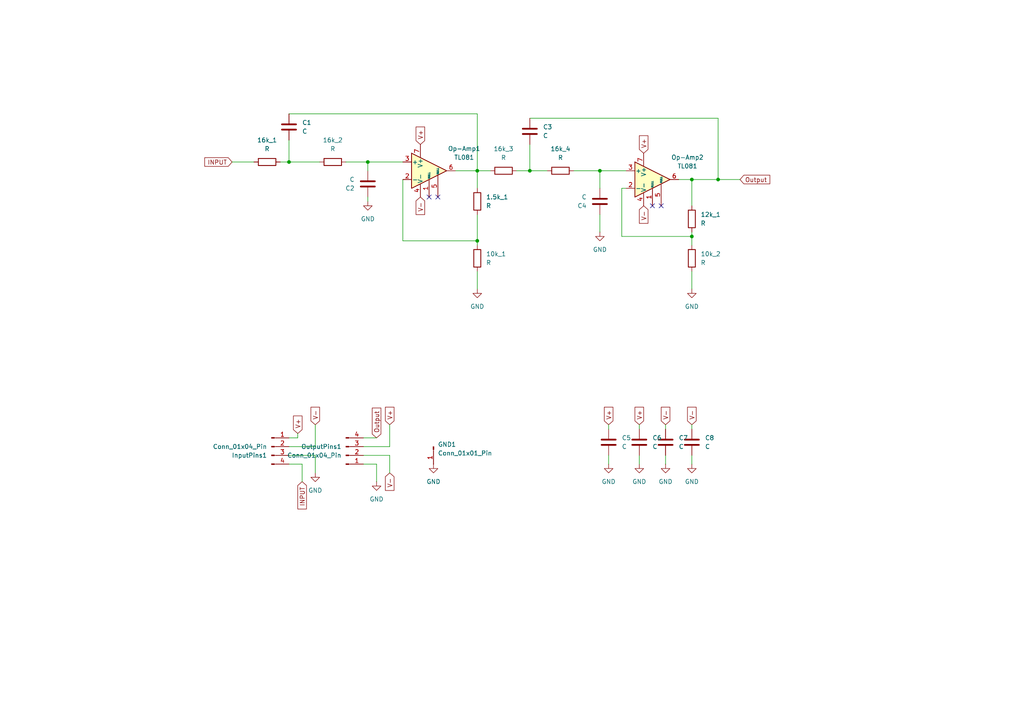
<source format=kicad_sch>
(kicad_sch (version 20250114) (generator "eeschema") (generator_version "9.0")
  (paper "A4")
  (lib_symbols
    (symbol "Amplifier_Operational:TL081" (pin_names (offset 0.127))
      (property "Reference" "U" (at 0 6.35 0))
      (property "Value" "TL081" (at 0 3.81 0))
      (symbol "TL081_0_1"
        (polyline (pts (xy -5.08 5.08) (xy 5.08 0) (xy -5.08 -5.08) (xy -5.08 5.08)) (stroke (width 0.254)) (fill (type background)))
      )
      (symbol "TL081_1_1"
        (pin input line (at -7.62 2.54 0) (length 2.54) (name "+") (number "3"))
        (pin input line (at -7.62 -2.54 0) (length 2.54) (name "-") (number "2"))
        (pin power_in line (at -2.54 7.62 270) (length 3.81) (name "V+") (number "7"))
        (pin power_in line (at -2.54 -7.62 90) (length 3.81) (name "V-") (number "4"))
        (pin no_connect line (at 0 2.54 270) (length 2.54) (hide yes) (name "NC") (number "8"))
        (pin input line (at 0 -7.62 90) (length 5.08) (name "NULL") (number "1"))
        (pin input line (at 2.54 -7.62 90) (length 6.35) (name "NULL") (number "5"))
        (pin output line (at 7.62 0 180) (length 2.54) (name "~") (number "6"))
      )
    )
    (symbol "Connector:Conn_01x01_Pin" (pin_names (offset 1.016) (hide yes))
      (property "Reference" "J" (at 0 2.54 0))
      (property "Value" "Conn_01x01_Pin" (at 0 -2.54 0))
      (symbol "Conn_01x01_Pin_1_1"
        (rectangle (start 0.8636 0.127) (end 0 -0.127) (stroke (width 0.1524)) (fill (type outline)))
        (polyline (pts (xy 1.27 0) (xy 0.8636 0)) (stroke (width 0.1524)))
        (pin passive line (at 5.08 0 180) (length 3.81) (name "Pin_1") (number "1"))
      )
    )
    (symbol "Connector:Conn_01x04_Pin" (pin_names (offset 1.016) (hide yes))
      (property "Reference" "J" (at 0 5.08 0))
      (property "Value" "Conn_01x04_Pin" (at 0 -7.62 0))
      (symbol "Conn_01x04_Pin_1_1"
        (rectangle (start 0.8636 2.667) (end 0 2.413) (stroke (width 0.1524)) (fill (type outline)))
        (rectangle (start 0.8636 0.127) (end 0 -0.127) (stroke (width 0.1524)) (fill (type outline)))
        (rectangle (start 0.8636 -2.413) (end 0 -2.667) (stroke (width 0.1524)) (fill (type outline)))
        (rectangle (start 0.8636 -4.953) (end 0 -5.207) (stroke (width 0.1524)) (fill (type outline)))
        (polyline (pts (xy 1.27 2.54) (xy 0.8636 2.54)) (stroke (width 0.1524)))
        (polyline (pts (xy 1.27 0) (xy 0.8636 0)) (stroke (width 0.1524)))
        (polyline (pts (xy 1.27 -2.54) (xy 0.8636 -2.54)) (stroke (width 0.1524)))
        (polyline (pts (xy 1.27 -5.08) (xy 0.8636 -5.08)) (stroke (width 0.1524)))
        (pin passive line (at 5.08 2.54 180) (length 3.81) (name "Pin_1") (number "1"))
        (pin passive line (at 5.08 0 180) (length 3.81) (name "Pin_2") (number "2"))
        (pin passive line (at 5.08 -2.54 180) (length 3.81) (name "Pin_3") (number "3"))
        (pin passive line (at 5.08 -5.08 180) (length 3.81) (name "Pin_4") (number "4"))
      )
    )
    (symbol "Device:C" (pin_numbers (hide yes)) (pin_names (offset 0.254))
      (property "Reference" "C" (at 0.635 2.54 0))
      (property "Value" "C" (at 0.635 -2.54 0))
      (symbol "C_0_1"
        (polyline (pts (xy -2.032 0.762) (xy 2.032 0.762)) (stroke (width 0.508)))
        (polyline (pts (xy -2.032 -0.762) (xy 2.032 -0.762)) (stroke (width 0.508)))
      )
      (symbol "C_1_1"
        (pin passive line (at 0 3.81 270) (length 2.794) (name "~") (number "1"))
        (pin passive line (at 0 -3.81 90) (length 2.794) (name "~") (number "2"))
      )
    )
    (symbol "Device:R" (pin_numbers (hide yes)) (pin_names (offset 0))
      (property "Reference" "R" (at 2.032 0 90))
      (property "Value" "R" (at 0 0 90))
      (symbol "R_0_1"
        (rectangle (start -1.016 -2.54) (end 1.016 2.54) (stroke (width 0.254)))
      )
      (symbol "R_1_1"
        (pin passive line (at 0 3.81 270) (length 1.27) (name "~") (number "1"))
        (pin passive line (at 0 -3.81 90) (length 1.27) (name "~") (number "2"))
      )
    )
    (symbol "power:GND" (power) (pin_numbers (hide yes)) (pin_names (offset 0) (hide yes))
      (property "Value" "GND" (at 0 -3.81 0))
      (symbol "GND_0_1"
        (polyline (pts (xy 0 0) (xy 0 -1.27) (xy 1.27 -1.27) (xy 0 -2.54) (xy -1.27 -1.27) (xy 0 -1.27)))
      )
      (symbol "GND_1_1"
        (pin power_in line (at 0 0 270) (length 0) (name "~") (number "1"))
      )
    )
  )
  (junction (at 106.68 46.99))
  (junction (at 83.82 46.99))
  (junction (at 138.43 49.53))
  (junction (at 173.99 49.53))
  (junction (at 208.28 52.07))
  (junction (at 200.66 68.58))
  (junction (at 138.43 69.85))
  (junction (at 153.67 49.53))
  (junction (at 200.66 52.07))
  (no_connect (at 127 57.15))
  (no_connect (at 191.77 59.69))
  (no_connect (at 189.23 59.69))
  (no_connect (at 124.46 57.15))
  (wire (pts (xy 176.53 132.08) (xy 176.53 134.62)))
  (wire (pts (xy 200.66 123.19) (xy 200.66 124.46)))
  (wire (pts (xy 83.82 33.02) (xy 138.43 33.02)))
  (wire (pts (xy 180.34 54.61) (xy 180.34 68.58)))
  (wire (pts (xy 138.43 49.53) (xy 142.24 49.53)))
  (wire (pts (xy 91.44 129.54) (xy 83.82 129.54)))
  (wire (pts (xy 91.44 137.16) (xy 91.44 132.08)))
  (wire (pts (xy 176.53 123.19) (xy 176.53 124.46)))
  (wire (pts (xy 193.04 123.19) (xy 193.04 124.46)))
  (wire (pts (xy 214.63 52.07) (xy 208.28 52.07)))
  (wire (pts (xy 106.68 49.53) (xy 106.68 46.99)))
  (wire (pts (xy 200.66 68.58) (xy 200.66 71.12)))
  (wire (pts (xy 200.66 67.31) (xy 200.66 68.58)))
  (wire (pts (xy 173.99 49.53) (xy 181.61 49.53)))
  (wire (pts (xy 100.33 46.99) (xy 106.68 46.99)))
  (wire (pts (xy 109.22 134.62) (xy 109.22 139.7)))
  (wire (pts (xy 86.36 127) (xy 83.82 127)))
  (wire (pts (xy 153.67 41.91) (xy 153.67 49.53)))
  (wire (pts (xy 83.82 40.64) (xy 83.82 46.99)))
  (wire (pts (xy 185.42 123.19) (xy 185.42 124.46)))
  (wire (pts (xy 132.08 49.53) (xy 138.43 49.53)))
  (wire (pts (xy 113.03 137.16) (xy 113.03 132.08)))
  (wire (pts (xy 106.68 58.42) (xy 106.68 57.15)))
  (wire (pts (xy 83.82 46.99) (xy 92.71 46.99)))
  (wire (pts (xy 193.04 134.62) (xy 193.04 132.08)))
  (wire (pts (xy 87.63 134.62) (xy 87.63 139.7)))
  (wire (pts (xy 180.34 68.58) (xy 200.66 68.58)))
  (wire (pts (xy 109.22 134.62) (xy 105.41 134.62)))
  (wire (pts (xy 153.67 49.53) (xy 158.75 49.53)))
  (wire (pts (xy 116.84 69.85) (xy 138.43 69.85)))
  (wire (pts (xy 200.66 134.62) (xy 200.66 132.08)))
  (wire (pts (xy 81.28 46.99) (xy 83.82 46.99)))
  (wire (pts (xy 113.03 129.54) (xy 105.41 129.54)))
  (wire (pts (xy 109.22 127) (xy 105.41 127)))
  (wire (pts (xy 173.99 67.31) (xy 173.99 62.23)))
  (wire (pts (xy 185.42 132.08) (xy 185.42 134.62)))
  (wire (pts (xy 116.84 52.07) (xy 116.84 69.85)))
  (wire (pts (xy 208.28 34.29) (xy 208.28 52.07)))
  (wire (pts (xy 113.03 132.08) (xy 105.41 132.08)))
  (wire (pts (xy 73.66 46.99) (xy 67.31 46.99)))
  (wire (pts (xy 91.44 123.19) (xy 91.44 129.54)))
  (wire (pts (xy 200.66 52.07) (xy 200.66 59.69)))
  (wire (pts (xy 138.43 62.23) (xy 138.43 69.85)))
  (wire (pts (xy 149.86 49.53) (xy 153.67 49.53)))
  (wire (pts (xy 138.43 33.02) (xy 138.43 49.53)))
  (wire (pts (xy 166.37 49.53) (xy 173.99 49.53)))
  (wire (pts (xy 173.99 54.61) (xy 173.99 49.53)))
  (wire (pts (xy 180.34 54.61) (xy 181.61 54.61)))
  (wire (pts (xy 106.68 46.99) (xy 116.84 46.99)))
  (wire (pts (xy 113.03 123.19) (xy 113.03 129.54)))
  (wire (pts (xy 200.66 78.74) (xy 200.66 83.82)))
  (wire (pts (xy 138.43 49.53) (xy 138.43 54.61)))
  (wire (pts (xy 138.43 69.85) (xy 138.43 71.12)))
  (wire (pts (xy 153.67 34.29) (xy 208.28 34.29)))
  (wire (pts (xy 138.43 78.74) (xy 138.43 83.82)))
  (wire (pts (xy 91.44 132.08) (xy 83.82 132.08)))
  (wire (pts (xy 208.28 52.07) (xy 200.66 52.07)))
  (wire (pts (xy 200.66 52.07) (xy 196.85 52.07)))
  (wire (pts (xy 87.63 134.62) (xy 83.82 134.62)))
  (wire (pts (xy 86.36 125.73) (xy 86.36 127)))
  (global_label "V-" (shape input) (at 113.03 137.16 270) (property "Intersheetrefs" "${INTERSHEET_REFS}" (effects (hide yes))))
  (global_label "V+" (shape input) (at 121.92 41.91 90) (property "Intersheetrefs" "${INTERSHEET_REFS}" (effects (hide yes))))
  (global_label "V-" (shape input) (at 186.69 59.69 270) (property "Intersheetrefs" "${INTERSHEET_REFS}" (effects (hide yes))))
  (global_label "V-" (shape input) (at 121.92 57.15 270) (property "Intersheetrefs" "${INTERSHEET_REFS}" (effects (hide yes))))
  (global_label "Output" (shape input) (at 109.22 127 90) (property "Intersheetrefs" "${INTERSHEET_REFS}" (effects (hide yes))))
  (global_label "V+" (shape input) (at 86.36 125.73 90) (property "Intersheetrefs" "${INTERSHEET_REFS}" (effects (hide yes))))
  (global_label "V+" (shape input) (at 185.42 123.19 90) (property "Intersheetrefs" "${INTERSHEET_REFS}" (effects (hide yes))))
  (global_label "INPUT" (shape input) (at 87.63 139.7 270) (property "Intersheetrefs" "${INTERSHEET_REFS}" (effects (hide yes))))
  (global_label "V-" (shape input) (at 193.04 123.19 90) (property "Intersheetrefs" "${INTERSHEET_REFS}" (effects (hide yes))))
  (global_label "INPUT" (shape input) (at 67.31 46.99 180) (property "Intersheetrefs" "${INTERSHEET_REFS}" (effects (hide yes))))
  (global_label "V-" (shape input) (at 200.66 123.19 90) (property "Intersheetrefs" "${INTERSHEET_REFS}" (effects (hide yes))))
  (global_label "V+" (shape input) (at 186.69 44.45 90) (property "Intersheetrefs" "${INTERSHEET_REFS}" (effects (hide yes))))
  (global_label "V+" (shape input) (at 113.03 123.19 90) (property "Intersheetrefs" "${INTERSHEET_REFS}" (effects (hide yes))))
  (global_label "V+" (shape input) (at 176.53 123.19 90) (property "Intersheetrefs" "${INTERSHEET_REFS}" (effects (hide yes))))
  (global_label "V-" (shape input) (at 91.44 123.19 90) (property "Intersheetrefs" "${INTERSHEET_REFS}" (effects (hide yes))))
  (global_label "Output" (shape input) (at 214.63 52.07 0) (property "Intersheetrefs" "${INTERSHEET_REFS}" (effects (hide yes))))
  (symbol (lib_id "Device:C") (at 176.53 128.27 0) (unit 1)
    (property "Reference" "C5" (at 180.34 126.9999 0) (effects (justify left)))
    (property "Value" "C" (at 180.34 129.5399 0) (effects (justify left)))
    (property "Footprint" "Capacitor_THT:C_Rect_L18.0mm_W6.0mm_P15.00mm_FKS3_FKP3" (effects (hide yes)))
    (property "Description" "Unpolarized capacitor" (effects (hide yes)))
  )
  (symbol (lib_id "Device:C") (at 185.42 128.27 0) (unit 1)
    (property "Reference" "C6" (at 189.23 126.9999 0) (effects (justify left)))
    (property "Value" "C" (at 189.23 129.5399 0) (effects (justify left)))
    (property "Footprint" "Capacitor_THT:C_Rect_L18.0mm_W6.0mm_P15.00mm_FKS3_FKP3" (effects (hide yes)))
    (property "Description" "Unpolarized capacitor" (effects (hide yes)))
  )
  (symbol (lib_id "Amplifier_Operational:TL081") (at 124.46 49.53 0) (unit 1)
    (property "Reference" "Op-Amp1" (at 134.62 43.1098 0))
    (property "Value" "TL081" (at 134.62 45.6498 0))
    (property "Footprint" "Package_DIP:DIP-8_W7.62mm_Socket" (effects (hide yes)))
    (property "Datasheet" "http://www.ti.com/lit/ds/symlink/tl081.pdf" (effects (hide yes)))
    (property "Description" "Single JFET-Input Operational Amplifiers, DIP-8/SOIC-8" (effects (hide yes)))
  )
  (symbol (lib_id "Device:R") (at 138.43 58.42 0) (unit 1)
    (property "Reference" "1.5k_1" (at 140.97 57.1499 0) (effects (justify left)))
    (property "Value" "R" (at 140.97 59.6899 0) (effects (justify left)))
    (property "Footprint" "Resistor_THT:R_Axial_DIN0207_L6.3mm_D2.5mm_P7.62mm_Horizontal" (effects (hide yes)))
    (property "Description" "Resistor" (effects (hide yes)))
  )
  (symbol (lib_id "Connector:Conn_01x01_Pin") (at 125.73 129.54 270) (unit 1)
    (property "Reference" "GND1" (at 127 128.9049 90) (effects (justify left)))
    (property "Value" "Conn_01x01_Pin" (at 127 131.4449 90) (effects (justify left)))
    (property "Footprint" "Connector_PinHeader_2.54mm:PinHeader_1x01_P2.54mm_Vertical" (effects (hide yes)))
    (property "Description" "Generic connector, single row, 01x01, script generated" (effects (hide yes)))
  )
  (symbol (lib_id "Connector:Conn_01x04_Pin") (at 100.33 132.08 0) (mirror x) (unit 1)
    (property "Reference" "OutputPins1" (at 99.06 129.5399 0) (effects (justify right)))
    (property "Value" "Conn_01x04_Pin" (at 99.06 132.0799 0) (effects (justify right)))
    (property "Footprint" "Connector_PinHeader_2.54mm:PinHeader_1x04_P2.54mm_Vertical" (effects (hide yes)))
    (property "Description" "Generic connector, single row, 01x04, script generated" (effects (hide yes)))
  )
  (symbol (lib_id "Amplifier_Operational:TL081") (at 189.23 52.07 0) (unit 1)
    (property "Reference" "Op-Amp2" (at 199.39 45.6498 0))
    (property "Value" "TL081" (at 199.39 48.1898 0))
    (property "Footprint" "Package_DIP:DIP-8_W7.62mm_Socket" (effects (hide yes)))
    (property "Datasheet" "http://www.ti.com/lit/ds/symlink/tl081.pdf" (effects (hide yes)))
    (property "Description" "Single JFET-Input Operational Amplifiers, DIP-8/SOIC-8" (effects (hide yes)))
  )
  (symbol (lib_id "power:GND") (at 185.42 134.62 0) (unit 1)
    (property "Reference" "#PWR08" (effects (hide yes)))
    (property "Value" "GND" (at 185.42 139.7 0))
    (property "Description" "Power symbol creates a global label with name \"GND\" , ground" (effects (hide yes)))
  )
  (symbol (lib_id "power:GND") (at 173.99 67.31 0) (unit 1)
    (property "Reference" "#PWR06" (effects (hide yes)))
    (property "Value" "GND" (at 173.99 72.39 0))
    (property "Description" "Power symbol creates a global label with name \"GND\" , ground" (effects (hide yes)))
  )
  (symbol (lib_id "Device:R") (at 77.47 46.99 90) (unit 1)
    (property "Reference" "16k_1" (at 77.47 40.64 90))
    (property "Value" "R" (at 77.47 43.18 90))
    (property "Footprint" "Resistor_THT:R_Axial_DIN0207_L6.3mm_D2.5mm_P7.62mm_Horizontal" (effects (hide yes)))
    (property "Description" "Resistor" (effects (hide yes)))
  )
  (symbol (lib_id "Device:C") (at 200.66 128.27 0) (unit 1)
    (property "Reference" "C8" (at 204.47 126.9999 0) (effects (justify left)))
    (property "Value" "C" (at 204.47 129.5399 0) (effects (justify left)))
    (property "Footprint" "Capacitor_THT:C_Rect_L18.0mm_W6.0mm_P15.00mm_FKS3_FKP3" (effects (hide yes)))
    (property "Description" "Unpolarized capacitor" (effects (hide yes)))
  )
  (symbol (lib_id "power:GND") (at 138.43 83.82 0) (unit 1)
    (property "Reference" "#PWR05" (effects (hide yes)))
    (property "Value" "GND" (at 138.43 88.9 0))
    (property "Description" "Power symbol creates a global label with name \"GND\" , ground" (effects (hide yes)))
  )
  (symbol (lib_id "power:GND") (at 91.44 137.16 0) (mirror y) (unit 1)
    (property "Reference" "#PWR01" (effects (hide yes)))
    (property "Value" "GND" (at 91.44 142.24 0))
    (property "Description" "Power symbol creates a global label with name \"GND\" , ground" (effects (hide yes)))
  )
  (symbol (lib_id "Device:C") (at 153.67 38.1 0) (unit 1)
    (property "Reference" "C3" (at 157.48 36.8299 0) (effects (justify left)))
    (property "Value" "C" (at 157.48 39.3699 0) (effects (justify left)))
    (property "Footprint" "Capacitor_THT:C_Rect_L18.0mm_W6.0mm_P15.00mm_FKS3_FKP3" (effects (hide yes)))
    (property "Description" "Unpolarized capacitor" (effects (hide yes)))
  )
  (symbol (lib_id "power:GND") (at 125.73 134.62 0) (unit 1)
    (property "Reference" "#PWR04" (effects (hide yes)))
    (property "Value" "GND" (at 125.73 139.7 0))
    (property "Description" "Power symbol creates a global label with name \"GND\" , ground" (effects (hide yes)))
  )
  (symbol (lib_id "Device:R") (at 200.66 74.93 0) (unit 1)
    (property "Reference" "10k_2" (at 203.2 73.6599 0) (effects (justify left)))
    (property "Value" "R" (at 203.2 76.1999 0) (effects (justify left)))
    (property "Footprint" "Resistor_THT:R_Axial_DIN0207_L6.3mm_D2.5mm_P7.62mm_Horizontal" (effects (hide yes)))
    (property "Description" "Resistor" (effects (hide yes)))
  )
  (symbol (lib_id "Connector:Conn_01x04_Pin") (at 78.74 129.54 0) (unit 1)
    (property "Reference" "InputPins1" (at 77.47 132.0801 0) (effects (justify right)))
    (property "Value" "Conn_01x04_Pin" (at 77.47 129.5401 0) (effects (justify right)))
    (property "Footprint" "Connector_PinHeader_2.54mm:PinHeader_1x04_P2.54mm_Vertical" (effects (hide yes)))
    (property "Description" "Generic connector, single row, 01x04, script generated" (effects (hide yes)))
  )
  (symbol (lib_id "Device:R") (at 146.05 49.53 90) (unit 1)
    (property "Reference" "16k_3" (at 146.05 43.18 90))
    (property "Value" "R" (at 146.05 45.72 90))
    (property "Footprint" "Resistor_THT:R_Axial_DIN0207_L6.3mm_D2.5mm_P7.62mm_Horizontal" (effects (hide yes)))
    (property "Description" "Resistor" (effects (hide yes)))
  )
  (symbol (lib_id "Device:R") (at 96.52 46.99 90) (unit 1)
    (property "Reference" "16k_2" (at 96.52 40.64 90))
    (property "Value" "R" (at 96.52 43.18 90))
    (property "Footprint" "Resistor_THT:R_Axial_DIN0207_L6.3mm_D2.5mm_P7.62mm_Horizontal" (effects (hide yes)))
    (property "Description" "Resistor" (effects (hide yes)))
  )
  (symbol (lib_id "Device:C") (at 83.82 36.83 0) (unit 1)
    (property "Reference" "C1" (at 87.63 35.5599 0) (effects (justify left)))
    (property "Value" "C" (at 87.63 38.0999 0) (effects (justify left)))
    (property "Footprint" "Capacitor_THT:C_Rect_L18.0mm_W6.0mm_P15.00mm_FKS3_FKP3" (effects (hide yes)))
    (property "Description" "Unpolarized capacitor" (effects (hide yes)))
  )
  (symbol (lib_id "Device:C") (at 106.68 53.34 180) (unit 1)
    (property "Reference" "C2" (at 102.87 54.6101 0) (effects (justify left)))
    (property "Value" "C" (at 102.87 52.0701 0) (effects (justify left)))
    (property "Footprint" "Capacitor_THT:C_Rect_L18.0mm_W6.0mm_P15.00mm_FKS3_FKP3" (effects (hide yes)))
    (property "Description" "Unpolarized capacitor" (effects (hide yes)))
  )
  (symbol (lib_id "power:GND") (at 193.04 134.62 0) (unit 1)
    (property "Reference" "#PWR09" (effects (hide yes)))
    (property "Value" "GND" (at 193.04 139.7 0))
    (property "Description" "Power symbol creates a global label with name \"GND\" , ground" (effects (hide yes)))
  )
  (symbol (lib_id "power:GND") (at 176.53 134.62 0) (unit 1)
    (property "Reference" "#PWR07" (effects (hide yes)))
    (property "Value" "GND" (at 176.53 139.7 0))
    (property "Description" "Power symbol creates a global label with name \"GND\" , ground" (effects (hide yes)))
  )
  (symbol (lib_id "power:GND") (at 109.22 139.7 0) (mirror y) (unit 1)
    (property "Reference" "#PWR03" (effects (hide yes)))
    (property "Value" "GND" (at 109.22 144.78 0))
    (property "Description" "Power symbol creates a global label with name \"GND\" , ground" (effects (hide yes)))
  )
  (symbol (lib_id "Device:R") (at 138.43 74.93 0) (unit 1)
    (property "Reference" "10k_1" (at 140.97 73.6599 0) (effects (justify left)))
    (property "Value" "R" (at 140.97 76.1999 0) (effects (justify left)))
    (property "Footprint" "Resistor_THT:R_Axial_DIN0207_L6.3mm_D2.5mm_P7.62mm_Horizontal" (effects (hide yes)))
    (property "Description" "Resistor" (effects (hide yes)))
  )
  (symbol (lib_id "power:GND") (at 200.66 134.62 0) (unit 1)
    (property "Reference" "#PWR011" (effects (hide yes)))
    (property "Value" "GND" (at 200.66 139.7 0))
    (property "Description" "Power symbol creates a global label with name \"GND\" , ground" (effects (hide yes)))
  )
  (symbol (lib_id "Device:C") (at 193.04 128.27 0) (unit 1)
    (property "Reference" "C7" (at 196.85 126.9999 0) (effects (justify left)))
    (property "Value" "C" (at 196.85 129.5399 0) (effects (justify left)))
    (property "Footprint" "Capacitor_THT:C_Rect_L18.0mm_W6.0mm_P15.00mm_FKS3_FKP3" (effects (hide yes)))
    (property "Description" "Unpolarized capacitor" (effects (hide yes)))
  )
  (symbol (lib_id "power:GND") (at 106.68 58.42 0) (unit 1)
    (property "Reference" "#PWR02" (effects (hide yes)))
    (property "Value" "GND" (at 106.68 63.5 0))
    (property "Description" "Power symbol creates a global label with name \"GND\" , ground" (effects (hide yes)))
  )
  (symbol (lib_id "power:GND") (at 200.66 83.82 0) (unit 1)
    (property "Reference" "#PWR010" (effects (hide yes)))
    (property "Value" "GND" (at 200.66 88.9 0))
    (property "Description" "Power symbol creates a global label with name \"GND\" , ground" (effects (hide yes)))
  )
  (symbol (lib_id "Device:R") (at 162.56 49.53 90) (unit 1)
    (property "Reference" "16k_4" (at 162.56 43.18 90))
    (property "Value" "R" (at 162.56 45.72 90))
    (property "Footprint" "Resistor_THT:R_Axial_DIN0207_L6.3mm_D2.5mm_P7.62mm_Horizontal" (effects (hide yes)))
    (property "Description" "Resistor" (effects (hide yes)))
  )
  (symbol (lib_id "Device:C") (at 173.99 58.42 180) (unit 1)
    (property "Reference" "C4" (at 170.18 59.6901 0) (effects (justify left)))
    (property "Value" "C" (at 170.18 57.1501 0) (effects (justify left)))
    (property "Footprint" "Capacitor_THT:C_Rect_L18.0mm_W6.0mm_P15.00mm_FKS3_FKP3" (effects (hide yes)))
    (property "Description" "Unpolarized capacitor" (effects (hide yes)))
  )
  (symbol (lib_id "Device:R") (at 200.66 63.5 0) (unit 1)
    (property "Reference" "12k_1" (at 203.2 62.2299 0) (effects (justify left)))
    (property "Value" "R" (at 203.2 64.7699 0) (effects (justify left)))
    (property "Footprint" "Resistor_THT:R_Axial_DIN0207_L6.3mm_D2.5mm_P7.62mm_Horizontal" (effects (hide yes)))
    (property "Description" "Resistor" (effects (hide yes)))
  )
)
</source>
